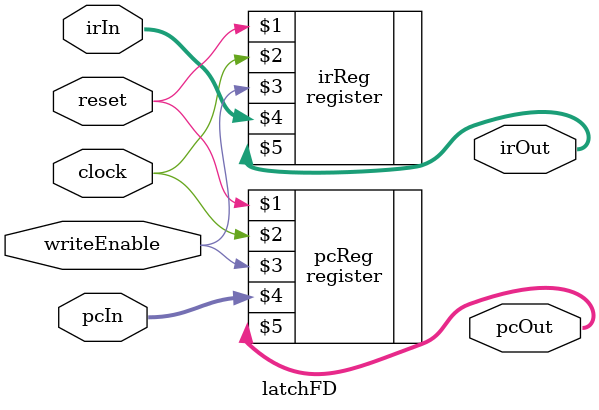
<source format=v>
module latchFD(pcIn, pcOut, irIn, irOut, clock, reset, writeEnable);
	input[31:0] pcIn, irIn;
	output[31:0] pcOut, irOut;
	input clock, reset, writeEnable;
	
	register pcReg(reset, clock, writeEnable, pcIn, pcOut);
	register irReg(reset, clock, writeEnable, irIn, irOut);

endmodule

</source>
